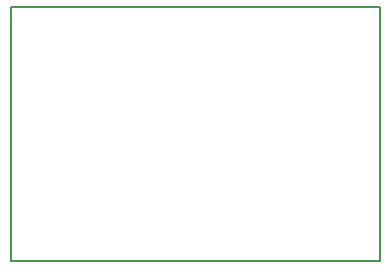
<source format=gm1>
G04 MADE WITH FRITZING*
G04 WWW.FRITZING.ORG*
G04 DOUBLE SIDED*
G04 HOLES PLATED*
G04 CONTOUR ON CENTER OF CONTOUR VECTOR*
%ASAXBY*%
%FSLAX23Y23*%
%MOIN*%
%OFA0B0*%
%SFA1.0B1.0*%
%ADD10R,1.238410X0.855256*%
%ADD11C,0.008000*%
%ADD10C,0.008*%
%LNCONTOUR*%
G90*
G70*
G54D10*
G54D11*
X11Y844D02*
X1242Y844D01*
X1242Y-3D01*
X11Y-3D01*
X11Y844D01*
D02*
G04 End of contour*
M02*
</source>
